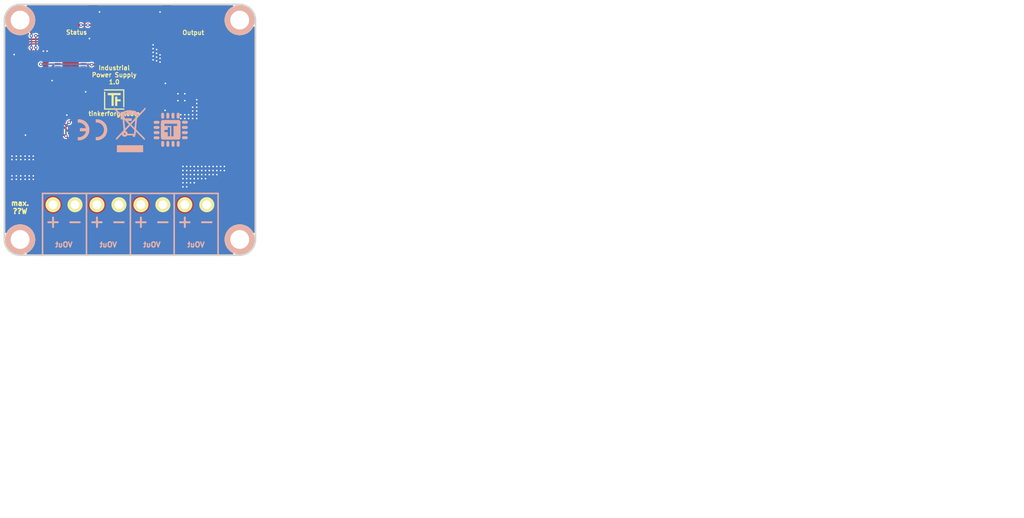
<source format=kicad_pcb>
(kicad_pcb (version 20221018) (generator pcbnew)
  (title_block (title "Power Supply Bricklet") (date "2018-11-19") (rev "1.0") (company "Tinkerforge GmbH") (comment 1 "Licensed under CERN OHL v.1.1") (comment 2 "Copyright (©) 2018, B.Nordmeyer <bastian@tinkerforge.com>"))
  (layers (0 "F.Cu" signal "Vorderseite") (31 "B.Cu" signal "Rückseite") (34 "B.Paste" user) (35 "F.Paste" user) (36 "B.SilkS" user "B.Silkscreen") (37 "F.SilkS" user "F.Silkscreen") (38 "B.Mask" user) (39 "F.Mask" user) (44 "Edge.Cuts" user))
  (net 0 "")
  (net 1 "GND")
  (net 2 "VCC")
  (net 3 "Net-(P1-Pad6)")
  (net 4 "Net-(D1-Pad2)")
  (net 5 "Net-(C1-Pad1)")
  (net 6 "Net-(P1-Pad4)")
  (net 7 "Net-(P1-Pad5)")
  (net 8 "Net-(P2-Pad1)")
  (net 9 "Net-(P3-Pad2)")
  (net 10 "S-MISO")
  (net 11 "S-MOSI")
  (net 12 "S-CLK")
  (net 13 "S-CS")
  (net 14 "Net-(D2-Pad2)")
  (net 15 "5V")
  (net 16 "PWM0")
  (net 17 "Net-(C9-Pad1)")
  (net 18 "Net-(C11-Pad1)")
  (net 19 "Net-(C12-Pad1)")
  (net 20 "Net-(C13-Pad1)")
  (net 21 "+VSW")
  (net 22 "Net-(D3-Pad1)")
  (net 23 "Vo0")
  (net 24 "Net-(Q1-PadG)")
  (net 25 "Net-(R1-Pad1)")
  (net 26 "Net-(R7-Pad1)")
  (net 27 "FB0")
  (net 28 "Net-(R13-Pad2)")
  (net 29 "Enable")
  (net 30 "Net-(U1-Pad5)")
  (net 31 "Net-(U1-Pad6)")
  (net 32 "Net-(U1-Pad17)")
  (net 33 "Net-(U1-Pad18)")
  (net 34 "Net-(U1-Pad19)")
  (net 35 "Net-(U1-Pad21)")
  (net 36 "Net-(U7-Pad5)")
  (net 37 "Net-(U1-Pad4)")
  (net 38 "Net-(U2-Pad5)")
  (net 39 "Net-(U2-Pad6)")
  (net 40 "Net-(U2-Pad7)")
  (net 41 "Net-(U1-Pad14)")
  (net 42 "Net-(U1-Pad15)")
  (net 43 "Net-(U1-Pad16)")
  (net 44 "Net-(R2-Pad1)")
  (net 45 "Net-(R5-Pad1)")
  (net 46 "Net-(U1-Pad2)")
  (footprint "kicad-libraries:C0402F" (layer "F.Cu") (at 134.7 85.45 180)
    (fp_text reference "C1")
    (fp_text value "220pF")
  )
  (footprint "kicad-libraries:C0805" (layer "F.Cu") (at 141.9 86.55)
    (fp_text reference "C2")
    (fp_text value "10uF")
  )
  (footprint "kicad-libraries:C0603F" (layer "F.Cu") (at 141.9 88.05)
    (fp_text reference "C3")
    (fp_text value "100nF")
  )
  (footprint "kicad-libraries:C0603F" (layer "F.Cu") (at 126.55 88.85 90)
    (fp_text reference "C4")
    (fp_text value "100nF")
  )
  (footprint "kicad-libraries:C0603F" (layer "F.Cu") (at 131.45 93.95)
    (fp_text reference "C5")
    (fp_text value "1uF")
  )
  (footprint "kicad-libraries:C0805E" (layer "F.Cu") (at 147.75 87.8 -90)
    (fp_text reference "C7")
    (fp_text value "10uF")
  )
  (footprint "kicad-libraries:C0603F" (layer "F.Cu") (at 149.35 87.8 -90)
    (fp_text reference "C8")
    (fp_text value "100nF")
  )
  (footprint "kicad-libraries:C0603F" (layer "F.Cu") (at 129.25 96.15 -90)
    (fp_text reference "C9")
    (fp_text value "100nF")
  )
  (footprint "kicad-libraries:C0603F" (layer "F.Cu") (at 146.4 91.85 180)
    (fp_text reference "C11")
    (fp_text value "27nF")
  )
  (footprint "kicad-libraries:C0603F" (layer "F.Cu") (at 144.3 92.6 90)
    (fp_text reference "C12")
    (fp_text value "2,2nF")
  )
  (footprint "kicad-libraries:C0603F" (layer "F.Cu") (at 142.8 92.6 90)
    (fp_text reference "C13")
    (fp_text value "120nF")
  )
  (footprint "kicad-libraries:ELKO_63" (layer "F.Cu") (at 156.3 102.5 90)
    (fp_text reference "C14")
    (fp_text value "10uF 50V")
  )
  (footprint "kicad-libraries:D0603F" (layer "F.Cu") (at 131.5 82.5 90)
    (fp_text reference "D1")
    (fp_text value "blue")
  )
  (footprint "kicad-libraries:D0603F" (layer "F.Cu") (at 150.1 82.5 90)
    (fp_text reference "D2")
    (fp_text value "green")
  )
  (footprint "kicad-libraries:SOD-128" (layer "F.Cu") (at 154.05 96.4 180)
    (fp_text reference "D3")
    (fp_text value "PMEG4050")
  )
  (footprint "kicad-libraries:SRN8040" (layer "F.Cu") (at 155 90.6 -90)
    (fp_text reference "L1")
    (fp_text value "SRN8040-100M/10uH")
  )
  (footprint "kicad-libraries:CON-SENSOR2" (layer "F.Cu") (at 140 80 180)
    (fp_text reference "P1")
    (fp_text value "CON-SENSOR")
  )
  (footprint "kicad-libraries:DEBUG_PAD" (layer "F.Cu") (at 122.5 86.6)
    (fp_text reference "P2")
    (fp_text value "Debug")
  )
  (footprint "kicad-libraries:SolderJumper" (layer "F.Cu") (at 122.475 88)
    (fp_text reference "P3")
    (fp_text value "Boot")
  )
  (footprint "kicad-libraries:TO-252-3L" (layer "F.Cu") (at 139.1 101.7 -90)
    (fp_text reference "Q1")
    (fp_text value "FQD10N20C")
  )
  (footprint "kicad-libraries:R0603F" (layer "F.Cu") (at 129.25 93.15 -90)
    (fp_text reference "R1")
    (fp_text value "1k")
  )
  (footprint "kicad-libraries:R0603F" (layer "F.Cu") (at 132.05 96.15 90)
    (fp_text reference "R3")
    (fp_text value "470k")
  )
  (footprint "kicad-libraries:R0603F" (layer "F.Cu") (at 130.65 96.15 -90)
    (fp_text reference "R4")
    (fp_text value "68k")
  )
  (footprint "kicad-libraries:R0603F" (layer "F.Cu") (at 146.35 97.65 180)
    (fp_text reference "R7")
    (fp_text value "60")
  )
  (footprint "kicad-libraries:R0603F" (layer "F.Cu") (at 143.55 94.75)
    (fp_text reference "R8")
    (fp_text value "2k")
  )
  (footprint "kicad-libraries:R0603F" (layer "F.Cu") (at 128 100.85 180)
    (fp_text reference "R9")
    (fp_text value "10k")
  )
  (footprint "kicad-libraries:R0603F" (layer "F.Cu") (at 124.9 100.85 180)
    (fp_text reference "R10")
    (fp_text value "1k")
  )
  (footprint "kicad-libraries:R0603F" (layer "F.Cu") (at 142.8 96.9 90)
    (fp_text reference "R13")
    (fp_text value "220k")
  )
  (footprint "kicad-libraries:R0603F" (layer "F.Cu") (at 144.25 96.9 -90)
    (fp_text reference "R14")
    (fp_text value "10k")
  )
  (footprint "kicad-libraries:4X0402" (layer "F.Cu") (at 134.7 87.1 90)
    (fp_text reference "RP1")
    (fp_text value "82")
  )
  (footprint "kicad-libraries:QFN24-4x4mm-0.5mm" (layer "F.Cu") (at 130.55 88.75 -90)
    (fp_text reference "U1")
    (fp_text value "XMC1100")
  )
  (footprint "kicad-libraries:SOIC8" (layer "F.Cu") (at 124.9 94.65 90)
    (fp_text reference "U2")
    (fp_text value "OPA1678")
  )
  (footprint "kicad-libraries:DRILL_NP" (layer "F.Cu") (at 122.5 82.5)
    (fp_text reference "U3" hide)
    (fp_text value "DRILL" hide)
  )
  (footprint "kicad-libraries:DRILL_NP" (layer "F.Cu") (at 122.5 117.5)
    (fp_text reference "U4" hide)
    (fp_text value "DRILL" hide)
  )
  (footprint "kicad-libraries:DRILL_NP" (layer "F.Cu") (at 157.5 117.5)
    (fp_text reference "U5" hide)
    (fp_text value "DRILL" hide)
  )
  (footprint "kicad-libraries:DRILL_NP" (layer "F.Cu") (at 157.5 82.5)
    (fp_text reference "U6" hide)
    (fp_text value "DRILL" hide)
  )
  (footprint "kicad-libraries:S-PWQFN-N16" (layer "F.Cu") (at 148.2 94.8)
    (fp_text reference "U7")
    (fp_text value "TPS55340")
  )
  (footprint "kicad-libraries:ELKO_83" (layer "F.Cu") (at 146.95 104.2 90)
    (fp_text reference "C16")
    (fp_text value "220uF 50V")
  )
  (footprint "kicad-libraries:ELKO_83" (layer "F.Cu") (at 126.4 106.05)
    (fp_text reference "C17")
    (fp_text value "220uF 50V")
  )
  (footprint "kicad-libraries:C0603F" (layer "F.Cu") (at 152.15 102.55 -90)
    (fp_text reference "C15")
    (fp_text value "680nF 50V")
  )
  (footprint "kicad-libraries:OQ_8P" (layer "F.Cu") (at 140 111.95)
    (fp_text reference "P4")
    (fp_text value "Output")
  )
  (footprint "kicad-libraries:C0805E" (layer "F.Cu") (at 145.85 87.8 -90)
    (fp_text reference "C6")
    (fp_text value "10uF")
  )
  (footprint "kicad-libraries:R0603F" (layer "F.Cu") (at 130.1 82.5 90)
    (fp_text reference "R2")
    (fp_text value "1k")
  )
  (footprint "kicad-libraries:R0603F" (layer "F.Cu") (at 148.5 82.5 90)
    (fp_text reference "R5")
    (fp_text value "1k")
  )
  (footprint "kicad-libraries:Logo_31x31" (layer "F.Cu") (at 137.5 95.175)
    (fp_text reference "G***" hide)
    (fp_text value "LOGO" hide)
  )
  (footprint "kicad-libraries:Fiducial_Mark" (layer "F.Cu") (at 157 109)
    (fp_text reference "Fiducial_Mark" hide)
    (fp_text value "VAL**" hide)
  )
  (footprint "kicad-libraries:Fiducial_Mark" (layer "F.Cu") (at 153 83)
    (fp_text reference "Fiducial_Mark" hide)
    (fp_text value "VAL**" hide)
  )
  (footprint "kicad-libraries:Fiducial_Mark" (layer "F.Cu") (at 122 100)
    (fp_text reference "Fiducial_Mark" hide)
    (fp_text value "VAL**" hide)
  )
  (footprint "kicad-libraries:WEEE_7mm" (layer "B.Cu") (at 140 100 180)
    (fp_text reference "VAL" hide)
    (fp_text value "WEEE_7mm" hide)
  )
  (footprint "kicad-libraries:CE_5mm" (layer "B.Cu") (at 134 100 180)
    (fp_text reference "VAL" hide)
    (fp_text value "CE_5mm" hide)
  )
  (footprint "kicad-libraries:Logo_CoMCU" (layer "B.Cu") (at 146.5 100 180)
    (fp_text reference "G***" hide)
    (fp_text value "LOGO" hide)
  )
  (gr_line (start 154.05 110.15) (end 154.05 120) (stroke (width 0.25)) (layer "B.SilkS"))
  (gr_line (start 147.05 110.15) (end 147.05 120) (stroke (width 0.25)) (layer "B.SilkS"))
  (gr_line (start 126.075 120) (end 126.075 110.15) (stroke (width 0.25)) (layer "B.SilkS"))
  (gr_line (start 140.075 110.15) (end 140.075 120) (stroke (width 0.25)) (layer "B.SilkS"))
  (gr_line (start 126.075 110.15) (end 154.05 110.15) (stroke (width 0.25)) (layer "B.SilkS"))
  (gr_line (start 133.075 110.15) (end 133.075 120) (stroke (width 0.25)) (layer "B.SilkS"))
  (gr_line (start 160 82.5) (end 160 117.5) (stroke (width 0.25)) (layer "Edge.Cuts"))
  (gr_arc (start 157.5 80) (mid 159.267767 80.732233) (end 160 82.5) (stroke (width 0.25)) (layer "Edge.Cuts"))
  (gr_arc (start 122.5 120) (mid 120.732233 119.267767) (end 120 117.5) (stroke (width 0.25)) (layer "Edge.Cuts"))
  (gr_arc (start 120 82.5) (mid 120.732233 80.732233) (end 122.5 80) (stroke (width 0.25)) (layer "Edge.Cuts"))
  (gr_arc (start 160 117.5) (mid 159.267767 119.267767) (end 157.5 120) (stroke (width 0.25)) (layer "Edge.Cuts"))
  (gr_line (start 120 117.5) (end 120 82.5) (stroke (width 0.25)) (layer "Edge.Cuts"))
  (gr_line (start 122.5 80) (end 157.5 80) (stroke (width 0.25)) (layer "Edge.Cuts"))
  (gr_line (start 157.5 120) (end 122.5 120) (stroke (width 0.25)) (layer "Edge.Cuts"))
  (gr_text "VOut" (at 150.525 118.325) (layer "B.SilkS") (effects (font (size 0.8 0.8) (thickness 0.2)) (justify mirror)))
  (gr_text "+" (at 148.75 114.6) (layer "B.SilkS") (effects (font (size 2 2) (thickness 0.3048)) (justify mirror)))
  (gr_text "-" (at 152.25 114.6) (layer "B.SilkS") (effects (font (size 2 2) (thickness 0.3048)) (justify mirror)))
  (gr_text "VOut" (at 129.475 118.325) (layer "B.SilkS") (effects (font (size 0.8 0.8) (thickness 0.2)) (justify mirror)))
  (gr_text "+" (at 141.75 114.6) (layer "B.SilkS") (effects (font (size 2 2) (thickness 0.3048)) (justify mirror)))
  (gr_text "-" (at 138.25 114.6) (layer "B.SilkS") (effects (font (size 2 2) (thickness 0.3048)) (justify mirror)))
  (gr_text "VOut" (at 136.55 118.325) (layer "B.SilkS") (effects (font (size 0.8 0.8) (thickness 0.2)) (justify mirror)))
  (gr_text "+" (at 127.75 114.6) (layer "B.SilkS") (effects (font (size 2 2) (thickness 0.3048)) (justify mirror)))
  (gr_text "VOut" (at 143.5 118.325) (layer "B.SilkS") (effects (font (size 0.8 0.8) (thickness 0.2)) (justify mirror)))
  (gr_text "+" (at 134.75 114.6) (layer "B.SilkS") (effects (font (size 2 2) (thickness 0.3048)) (justify mirror)))
  (gr_text "-" (at 145.25 114.6) (layer "B.SilkS") (effects (font (size 2 2) (thickness 0.3048)) (justify mirror)))
  (gr_text "-" (at 131.25 114.6) (layer "B.SilkS") (effects (font (size 2 2) (thickness 0.3048)) (justify mirror)))
  (gr_text "tinkerforge.com" (at 137.5 97.425) (layer "F.SilkS") (effects (font (size 0.7 0.7))))
  (gr_text "Industrial\nPower Supply\n1.0" (at 137.5 91.25) (layer "F.SilkS") (effects (font (size 0.7 0.7))))
  (gr_text "Status" (at 131.5 84.45) (layer "F.SilkS") (effects (font (size 0.7 0.7))))
  (gr_text "max.\n??W" (at 122.5 112.35) (layer "F.SilkS") (effects (font (size 0.8 0.8) (thickness 0.2))))
  (gr_text "Output" (at 150.1 84.5) (layer "F.SilkS") (effects (font (size 0.7 0.7))))
  (segment (start 128.525 88.5) (end 129.5 88.5) (width 0.25) (layer "F.Cu") (net 1))
  (segment (start 122.25 87.45) (end 121.975 87.725) (width 0.2) (layer "F.Cu") (net 1))
  (segment (start 129.5 88.5) (end 129.9 88.1) (width 0.25) (layer "F.Cu") (net 1))
  (segment (start 126.55 87.8) (end 126.2 87.45) (width 0.2) (layer "F.Cu") (net 1))
  (segment (start 129.9 88.1) (end 131.2 88.1) (width 0.25) (layer "F.Cu") (net 1))
  (segment (start 124.15 100.85) (end 123.35 100.85) (width 0.25) (layer "F.Cu") (net 1))
  (segment (start 132.2 93.95) (end 132.95 93.95) (width 0.25) (layer "F.Cu") (net 1))
  (segment (start 145.9 81.2) (end 144.8 81.2) (width 0.25) (layer "F.Cu") (net 1))
  (segment (start 126.55 88.1) (end 126.55 87.7) (width 0.2) (layer "F.Cu") (net 1))
  (segment (start 134.2 85.45) (end 133.55 85.45) (width 0.25) (layer "F.Cu") (net 1))
  (segment (start 121.975 88) (end 121.55 88) (width 0.2) (layer "F.Cu") (net 1))
  (segment (start 127.59748 92.15252) (end 127.6 92.15) (width 0.25) (layer "F.Cu") (net 1))
  (segment (start 121.975 88.275) (end 122.25 88.55) (width 0.2) (layer "F.Cu") (net 1))
  (segment (start 126.95 88.5) (end 128.525 88.5) (width 0.25) (layer "F.Cu") (net 1))
  (segment (start 131.2 88.1) (end 131.2 89.4) (width 0.25) (layer "F.Cu") (net 1))
  (segment (start 134.1 81.2) (end 135.15 81.2) (width 0.25) (layer "F.Cu") (net 1))
  (segment (start 126.55 88.1) (end 126.95 88.5) (width 0.25) (layer "F.Cu") (net 1))
  (segment (start 126.55 88.1) (end 126.55 87.8) (width 0.2) (layer "F.Cu") (net 1))
  (segment (start 131.2 89.4) (end 129.9 89.4) (width 0.25) (layer "F.Cu") (net 1))
  (segment (start 121.975 87.725) (end 121.975 88) (width 0.2) (layer "F.Cu") (net 1))
  (segment (start 127.59748 92.74754) (end 127.59748 92.15252) (width 0.25) (layer "F.Cu") (net 1))
  (segment (start 126.55 87.7) (end 126.8 87.45) (width 0.2) (layer "F.Cu") (net 1))
  (segment (start 121.975 88) (end 121.975 88.275) (width 0.2) (layer "F.Cu") (net 1))
  (via (at 123.3 107.9) (size 0.55) (drill 0.25) (layers "F.Cu" "B.Cu") (net 1))
  (via (at 121.9 107.35) (size 0.55) (drill 0.25) (layers "F.Cu" "B.Cu") (net 1))
  (via (at 121.9 107.9) (size 0.55) (drill 0.25) (layers "F.Cu" "B.Cu") (net 1))
  (via (at 122.6 107.9) (size 0.55) (drill 0.25) (layers "F.Cu" "B.Cu") (net 1))
  (via (at 124.6 107.9) (size 0.55) (drill 0.25) (layers "F.Cu" "B.Cu") (net 1))
  (via (at 121.2 107.9) (size 0.55) (drill 0.25) (layers "F.Cu" "B.Cu") (net 1))
  (via (at 123.3 107.35) (size 0.55) (drill 0.25) (layers "F.Cu" "B.Cu") (net 1))
  (via (at 121.2 107.35) (size 0.55) (drill 0.25) (layers "F.Cu" "B.Cu") (net 1))
  (via (at 124.6 107.35) (size 0.55) (drill 0.25) (layers "F.Cu" "B.Cu") (net 1))
  (via (at 123.95 107.35) (size 0.55) (drill 0.25) (layers "F.Cu" "B.Cu") (net 1))
  (via (at 122.6 107.35) (size 0.55) (drill 0.25) (layers "F.Cu" "B.Cu") (net 1))
  (via (at 123.95 107.9) (size 0.55) (drill 0.25) (layers "F.Cu" "B.Cu") (net 1))
  (via (at 144.8 89.2) (size 0.55) (drill 0.25) (layers "F.Cu" "B.Cu") (net 1))
  (via (at 144.8 88.6) (size 0.55) (drill 0.25) (layers "F.Cu" "B.Cu") (net 1))
  (via (at 143.7 86.45) (size 0.55) (drill 0.25) (layers "F.Cu" "B.Cu") (net 1))
  (via (at 148.45 106.5) (size 0.55) (drill 0.25) (layers "F.Cu" "B.Cu") (net 1))
  (via (at 150.25 105.85) (size 0.55) (drill 0.25) (layers "F.Cu" "B.Cu") (net 1))
  (via (at 153.25 105.85) (size 0.55) (drill 0.25) (layers "F.Cu" "B.Cu") (net 1))
  (via (at 144.25 87.8) (size 0.55) (drill 0.25) (layers "F.Cu" "B.Cu") (net 1))
  (via (at 121.9 104.75) (size 0.55) (drill 0.25) (layers "F.Cu" "B.Cu") (net 1))
  (via (at 154.45 106.5) (size 0.55) (drill 0.25) (layers "F.Cu" "B.Cu") (net 1))
  (via (at 150.85 107.8) (size 0.55) (drill 0.25) (layers "F.Cu" "B.Cu") (net 1))
  (via (at 151.45 107.15) (size 0.55) (drill 0.25) (layers "F.Cu" "B.Cu") (net 1))
  (via (at 154.45 105.85) (size 0.55) (drill 0.25) (layers "F.Cu" "B.Cu") (net 1))
  (via (at 121.2 104.75) (size 0.55) (drill 0.25) (layers "F.Cu" "B.Cu") (net 1))
  (via (at 148.45 107.8) (size 0.55) (drill 0.25) (layers "F.Cu" "B.Cu") (net 1))
  (via (at 123.3 104.75) (size 0.55) (drill 0.25) (layers "F.Cu" "B.Cu") (net 1))
  (via (at 150.25 108.45) (size 0.55) (drill 0.25) (layers "F.Cu" "B.Cu") (net 1))
  (via (at 148.45 107.15) (size 0.55) (drill 0.25) (layers "F.Cu" "B.Cu") (net 1))
  (via (at 153.25 107.15) (size 0.55) (drill 0.25) (layers "F.Cu" "B.Cu") (net 1))
  (via (at 148.45 109.1) (size 0.55) (drill 0.25) (layers "F.Cu" "B.Cu") (net 1))
  (via (at 149.05 107.15) (size 0.55) (drill 0.25) (layers "F.Cu" "B.Cu") (net 1))
  (via (at 126.8 87.45) (size 0.55) (drill 0.25) (layers "F.Cu" "B.Cu") (net 1))
  (via (at 150.65 97.6) (size 0.55) (drill 0.25) (layers "F.Cu" "B.Cu") (net 1))
  (via (at 150 96.4) (size 0.55) (drill 0.25) (layers "F.Cu" "B.Cu") (net 1))
  (via (at 155.05 105.85) (size 0.55) (drill 0.25) (layers "F.Cu" "B.Cu") (net 1))
  (via (at 150.65 96.4) (size 0.55) (drill 0.25) (layers "F.Cu" "B.Cu") (net 1))
  (via (at 149.05 109.1) (size 0.55) (drill 0.25) (layers "F.Cu" "B.Cu") (net 1))
  (via (at 148.75 98.2) (size 0.55) (drill 0.25) (layers "F.Cu" "B.Cu") (net 1))
  (via (at 151.45 105.85) (size 0.55) (drill 0.25) (layers "F.Cu" "B.Cu") (net 1))
  (via (at 151.45 107.8) (size 0.55) (drill 0.25) (layers "F.Cu" "B.Cu") (net 1))
  (via (at 133.55 85.45) (size 0.55) (drill 0.25) (layers "F.Cu" "B.Cu") (net 1))
  (via (at 151.45 106.5) (size 0.55) (drill 0.25) (layers "F.Cu" "B.Cu") (net 1))
  (via (at 135.15 81.2) (size 0.55) (drill 0.25) (layers "F.Cu" "B.Cu") (net 1))
  (via (at 127.6 92.15) (size 0.55) (drill 0.25) (layers "F.Cu" "B.Cu") (net 1))
  (via (at 150.65 95.8) (size 0.55) (drill 0.25) (layers "F.Cu" "B.Cu") (net 1))
  (via (at 147.65 94.25) (size 0.55) (drill 0.25) (layers "F.Cu" "B.Cu") (net 1))
  (via (at 148.45 105.85) (size 0.55) (drill 0.25) (layers "F.Cu" "B.Cu") (net 1))
  (via (at 149.65 108.45) (size 0.55) (drill 0.25) (layers "F.Cu" "B.Cu") (net 1))
  (via (at 150.65 95.2) (size 0.55) (drill 0.25) (layers "F.Cu" "B.Cu") (net 1))
  (via (at 149.05 106.5) (size 0.55) (drill 0.25) (layers "F.Cu" "B.Cu") (net 1))
  (via (at 149.05 107.8) (size 0.55) (drill 0.25) (layers "F.Cu" "B.Cu") (net 1))
  (via (at 150 97.6) (size 0.55) (drill 0.25) (layers "F.Cu" "B.Cu") (net 1))
  (via (at 121.2 104.2) (size 0.55) (drill 0.25) (layers "F.Cu" "B.Cu") (net 1))
  (via (at 153.25 106.5) (size 0.55) (drill 0.25) (layers "F.Cu" "B.Cu") (net 1))
  (via (at 150.65 97) (size 0.55) (drill 0.25) (layers "F.Cu" "B.Cu") (net 1))
  (via (at 126.2 87.45) (size 0.55) (drill 0.25) (layers "F.Cu" "B.Cu") (net 1))
  (via (at 144.25 87.2) (size 0.55) (drill 0.25) (layers "F.Cu" "B.Cu") (net 1))
  (via (at 124.6 104.75) (size 0.55) (drill 0.25) (layers "F.Cu" "B.Cu") (net 1))
  (via (at 149.35 98.2) (size 0.55) (drill 0.25) (layers "F.Cu" "B.Cu") (net 1))
  (via (at 122.6 104.75) (size 0.55) (drill 0.25) (layers "F.Cu" "B.Cu") (net 1))
  (via (at 124.6 104.2) (size 0.55) (drill 0.25) (layers "F.Cu" "B.Cu") (net 1))
  (via (at 149.05 105.85) (size 0.55) (drill 0.25) (layers "F.Cu" "B.Cu") (net 1))
  (via (at 150 97) (size 0.55) (drill 0.25) (layers "F.Cu" "B.Cu") (net 1))
  (via (at 149.65 106.5) (size 0.55) (drill 0.25) (layers "F.Cu" "B.Cu") (net 1))
  (via (at 152.05 106.5) (size 0.55) (drill 0.25) (layers "F.Cu" "B.Cu") (net 1))
  (via (at 122.6 104.2) (size 0.55) (drill 0.25) (layers "F.Cu" "B.Cu") (net 1))
  (via (at 147.65 95.35) (size 0.55) (drill 0.25) (layers "F.Cu" "B.Cu") (net 1))
  (via (at 132.95 93.95) (size 0.55) (drill 0.25) (layers "F.Cu" "B.Cu") (net 1))
  (via (at 143.7 87.05) (size 0.55) (drill 0.25) (layers "F.Cu" "B.Cu") (net 1))
  (via (at 150.85 106.5) (size 0.55) (drill 0.25) (layers "F.Cu" "B.Cu") (net 1))
  (via (at 144.25 89) (size 0.55) (drill 0.25) (layers "F.Cu" "B.Cu") (net 1))
  (via (at 149.05 108.45) (size 0.55) (drill 0.25) (layers "F.Cu" "B.Cu") (net 1))
  (via (at 152.05 107.15) (size 0.55) (drill 0.25) (layers "F.Cu" "B.Cu") (net 1))
  (via (at 145.65 92.6) (size 0.55) (drill 0.25) (layers "F.Cu" "B.Cu") (net 1))
  (via (at 145.6 96.9) (size 0.55) (drill 0.25) (layers "F.Cu" "B.Cu") (net 1))
  (via (at 153.85 106.5) (size 0.55) (drill 0.25) (layers "F.Cu" "B.Cu") (net 1))
  (via (at 144.8 88.05) (size 0.55) (drill 0.25) (layers "F.Cu" "B.Cu") (net 1))
  (via (at 153.85 105.85) (size 0.55) (drill 0.25) (layers "F.Cu" "B.Cu") (net 1))
  (via (at 152.05 107.8) (size 0.55) (drill 0.25) (layers "F.Cu" "B.Cu") (net 1))
  (via (at 152.65 106.5) (size 0.55) (drill 0.25) (layers "F.Cu" "B.Cu") (net 1))
  (via (at 121.55 88) (size 0.55) (drill 0.25) (layers "F.Cu" "B.Cu") (net 1))
  (via (at 143.7 88.85) (size 0.55) (drill 0.25) (layers "F.Cu" "B.Cu") (net 1))
  (via (at 121.9 104.2) (size 0.55) (drill 0.25) (layers "F.Cu" "B.Cu") (net 1))
  (via (at 144.8 81.2) (size 0.55) (drill 0.25) (layers "F.Cu" "B.Cu") (net 1))
  (via (at 148.1 97.6) (size 0.55) (drill 0.25) (layers "F.Cu" "B.Cu") (net 1))
  (via (at 150.65 98.2) (size 0.55) (drill 0.25) (layers "F.Cu" "B.Cu") (net 1))
  (via (at 123.95 104.75) (size 0.55) (drill 0.25) (layers "F.Cu" "B.Cu") (net 1))
  (via (at 152.05 105.85) (size 0.55) (drill 0.25) (layers "F.Cu" "B.Cu") (net 1))
  (via (at 150.85 107.15) (size 0.55) (drill 0.25) (layers "F.Cu" "B.Cu") (net 1))
  (via (at 150 98.2) (size 0.55) (drill 0.25) (layers "F.Cu" "B.Cu") (net 1))
  (via (at 149.65 107.15) (size 0.55) (drill 0.25) (layers "F.Cu" "B.Cu") (net 1))
  (via (at 148.1 98.2) (size 0.55) (drill 0.25) (layers "F.Cu" "B.Cu") (net 1))
  (via (at 155.05 106.5) (size 0.55) (drill 0.25) (layers "F.Cu" "B.Cu") (net 1))
  (via (at 149.65 105.85) (size 0.55) (drill 0.25) (layers "F.Cu" "B.Cu") (net 1))
  (via (at 150.25 107.8) (size 0.55) (drill 0.25) (layers "F.Cu" "B.Cu") (net 1))
  (via (at 150.85 105.85) (size 0.55) (drill 0.25) (layers "F.Cu" "B.Cu") (net 1))
  (via (at 144.25 88.4) (size 0.55) (drill 0.25) (layers "F.Cu" "B.Cu") (net 1))
  (via (at 148.75 94.25) (size 0.55) (drill 0.25) (layers "F.Cu" "B.Cu") (net 1))
  (via (at 150.25 107.15) (size 0.55) (drill 0.25) (layers "F.Cu" "B.Cu") (net 1))
  (via (at 152.65 105.85) (size 0.55) (drill 0.25) (layers "F.Cu" "B.Cu") (net 1))
  (via (at 152.65 107.15) (size 0.55) (drill 0.25) (layers "F.Cu" "B.Cu") (net 1))
  (via (at 123.3 104.2) (size 0.55) (drill 0.25) (layers "F.Cu" "B.Cu") (net 1))
  (via (at 149.65 107.8) (size 0.55) (drill 0.25) (layers "F.Cu" "B.Cu") (net 1))
  (via (at 143.7 87.65) (size 0.55) (drill 0.25) (layers "F.Cu" "B.Cu") (net 1))
  (via (at 123.35 100.85) (size 0.55) (drill 0.25) (layers "F.Cu" "B.Cu") (net 1))
  (via (at 123.95 104.2) (size 0.55) (drill 0.25) (layers "F.Cu" "B.Cu") (net 1))
  (via (at 150.25 106.5) (size 0.55) (drill 0.25) (layers "F.Cu" "B.Cu") (net 1))
  (via (at 148.75 97.6) (size 0.55) (drill 0.25) (layers "F.Cu" "B.Cu") (net 1))
  (via (at 148.75 95.35) (size 0.55) (drill 0.25) (layers "F.Cu" "B.Cu") (net 1))
  (via (at 143.7 88.25) (size 0.55) (drill 0.25) (layers "F.Cu" "B.Cu") (net 1))
  (via (at 149.35 97.6) (size 0.55) (drill 0.25) (layers "F.Cu" "B.Cu") (net 1))
  (via (at 148.45 108.45) (size 0.55) (drill 0.25) (layers "F.Cu" "B.Cu") (net 1))
  (via (at 153.85 107.15) (size 0.55) (drill 0.25) (layers "F.Cu" "B.Cu") (net 1))
  (via (at 129.95 97.65) (size 0.55) (drill 0.25) (layers "F.Cu" "B.Cu") (net 1))
  (segment (start 126.188908 89.55) (end 125.8 89.55) (width 0.3) (layer "F.Cu") (net 2))
  (segment (start 141.25 83.45) (end 141.1 83.3) (width 0.25) (layer "F.Cu") (net 2))
  (segment (start 134.2 89.6) (end 133.9 89.6) (width 0.3) (layer "F.Cu") (net 2))
  (segment (start 133.688908 83.3) (end 133.3 83.3) (width 0.25) (layer "F.Cu") (net 2))
  (segment (start 126.55 89.6) (end 126.5 89.55) (width 0.3) (layer "F.Cu") (net 2))
  (segment (start 139.5 89.6) (end 134.2 89.6) (width 0.3) (layer "F.Cu") (net 2))
  (segment (start 127.15 89) (end 128.525 89) (width 0.25) (layer "F.Cu") (net 2))
  (segment (start 131.5 83.25) (end 132.199988 83.25) (width 0.25) (layer "F.Cu") (net 2))
  (segment (start 126.5 89.55) (end 126.188908 89.55) (width 0.3) (layer "F.Cu") (net 2))
  (segment (start 147 83.3) (end 148 84.3) (width 0.25) (layer "F.Cu") (net 2))
  (segment (start 141.25 83.45) (end 141.4 83.3) (width 0.25) (layer "F.Cu") (net 2))
  (segment (start 148 84.3) (end 149.75 84.3) (width 0.25) (layer "F.Cu") (net 2))
  (segment (start 126.55 89.6) (end 127.15 89) (width 0.25) (layer "F.Cu") (net 2))
  (segment (start 141.25 84.6) (end 141.25 83.45) (width 0.25) (layer "F.Cu") (net 2))
  (segment (start 149.75 84.3) (end 150.1 83.95) (width 0.25) (layer "F.Cu") (net 2))
  (segment (start 141.05 88.05) (end 139.5 89.6) (width 0.3) (layer "F.Cu") (net 2))
  (segment (start 141.4 83.3) (end 147 83.3) (width 0.25) (layer "F.Cu") (net 2))
  (segment (start 150.1 83.95) (end 150.1 83.25) (width 0.25) (layer "F.Cu") (net 2))
  (segment (start 141.15 88.05) (end 141.05 88.05) (width 0.3) (layer "F.Cu") (net 2))
  (segment (start 141.1 83.3) (end 133.688908 83.3) (width 0.25) (layer "F.Cu") (net 2))
  (via (at 133.9 89.6) (size 0.55) (drill 0.25) (layers "F.Cu" "B.Cu") (net 2))
  (via (at 125.8 89.55) (size 0.55) (drill 0.25) (layers "F.Cu" "B.Cu") (net 2))
  (via (at 133.3 83.3) (size 0.55) (drill 0.25) (layers "F.Cu" "B.Cu") (net 2))
  (via (at 132.199988 83.3) (size 0.55) (drill 0.25) (layers "F.Cu" "B.Cu") (net 2))
  (segment (start 133.85 89.55) (end 133.9 89.6) (width 0.3) (layer "B.Cu") (net 2))
  (segment (start 133.25 83.25) (end 133.3 83.3) (width 0.25) (layer "B.Cu") (net 2))
  (segment (start 132.199988 83.3) (end 133.25 83.3) (width 0.25) (layer "B.Cu") (net 2))
  (segment (start 125.8 89.55) (end 133.85 89.55) (width 0.3) (layer "B.Cu") (net 2))
  (segment (start 137.5 85.7) (end 137.5 84.6) (width 0.2) (layer "F.Cu") (net 3))
  (segment (start 135.275 86.85108) (end 136.34892 86.85108) (width 0.2) (layer "F.Cu") (net 3))
  (segment (start 136.34892 86.85108) (end 137.5 85.7) (width 0.2) (layer "F.Cu") (net 3))
  (segment (start 130.1 81.75) (end 131.5 81.75) (width 0.25) (layer "F.Cu") (net 4))
  (segment (start 135.275 86.3507) (end 135.275 85.525) (width 0.2) (layer "F.Cu") (net 5))
  (segment (start 135.275 85.525) (end 135.2 85.45) (width 0.2) (layer "F.Cu") (net 5))
  (segment (start 135.7993 86.3507) (end 136.25 85.9) (width 0.2) (layer "F.Cu") (net 5))
  (segment (start 135.275 86.3507) (end 135.7993 86.3507) (width 0.2) (layer "F.Cu") (net 5))
  (segment (start 136.25 85.9) (end 136.25 84.6) (width 0.2) (layer "F.Cu") (net 5))
  (segment (start 140 84.6) (end 140 85.7) (width 0.2) (layer "F.Cu") (net 6))
  (segment (start 137.8507 87.8493) (end 135.8 87.8493) (width 0.2) (layer "F.Cu") (net 6))
  (segment (start 140 85.7) (end 137.8507 87.8493) (width 0.2) (layer "F.Cu") (net 6))
  (segment (start 135.8 87.8493) (end 135.275 87.8493) (width 0.2) (layer "F.Cu") (net 6))
  (segment (start 138.75 85.7) (end 137.10108 87.34892) (width 0.2) (layer "F.Cu") (net 7))
  (segment (start 138.75 84.6) (end 138.75 85.7) (width 0.2) (layer "F.Cu") (net 7))
  (segment (start 137.10108 87.34892) (end 135.8 87.34892) (width 0.2) (layer "F.Cu") (net 7))
  (segment (start 135.8 87.34892) (end 135.275 87.34892) (width 0.2) (layer "F.Cu") (net 7))
  (segment (start 128.525 87.15) (end 128.525 87.5) (width 0.2) (layer "F.Cu") (net 8))
  (segment (start 123.15 85.95) (end 127.325 85.95) (width 0.2) (layer "F.Cu") (net 8))
  (segment (start 122.5 86.6) (end 123.15 85.95) (width 0.2) (layer "F.Cu") (net 8))
  (segment (start 127.325 85.95) (end 128.525 87.15) (width 0.2) (layer "F.Cu") (net 8))
  (segment (start 122.975001 87.474999) (end 124.15 86.3) (width 0.2) (layer "F.Cu") (net 9))
  (segment (start 127.8 88) (end 128.525 88) (width 0.2) (layer "F.Cu") (net 9))
  (segment (start 122.625 87.850001) (end 122.925001 87.850001) (width 0.2) (layer "F.Cu") (net 9))
  (segment (start 122.975001 87.800001) (end 122.975001 87.474999) (width 0.2) (layer "F.Cu") (net 9))
  (segment (start 127.15 86.3) (end 127.55 86.7) (width 0.2) (layer "F.Cu") (net 9))
  (segment (start 127.55 86.7) (end 127.55 87.75) (width 0.2) (layer "F.Cu") (net 9))
  (segment (start 122.925001 87.850001) (end 122.975001 87.800001) (width 0.2) (layer "F.Cu") (net 9))
  (segment (start 124.15 86.3) (end 127.15 86.3) (width 0.2) (layer "F.Cu") (net 9))
  (segment (start 127.55 87.75) (end 127.8 88) (width 0.2) (layer "F.Cu") (net 9))
  (segment (start 122.625 88) (end 122.625 87.850001) (width 0.2) (layer "F.Cu") (net 9))
  (segment (start 133.5493 86.3507) (end 133.175 86.725) (width 0.2) (layer "F.Cu") (net 10))
  (segment (start 134.125 86.3507) (end 133.5493 86.3507) (width 0.2) (layer "F.Cu") (net 10))
  (segment (start 133.175 86.725) (end 131.8 86.725) (width 0.2) (layer "F.Cu") (net 10))
  (segment (start 133.8 86.85108) (end 134.125 86.85108) (width 0.2) (layer "F.Cu") (net 11))
  (segment (start 133.1 87.5) (end 133.74892 86.85108) (width 0.2) (layer "F.Cu") (net 11))
  (segment (start 133.74892 86.85108) (end 133.8 86.85108) (width 0.2) (layer "F.Cu") (net 11))
  (segment (start 132.575 87.5) (end 133.1 87.5) (width 0.2) (layer "F.Cu") (net 11))
  (segment (start 132.575 88) (end 133.09499 88) (width 0.2) (layer "F.Cu") (net 12))
  (segment (start 133.09499 88) (end 133.74607 87.34892) (width 0.2) (layer "F.Cu") (net 12))
  (segment (start 133.74607 87.34892) (end 134.125 87.34892) (width 0.2) (layer "F.Cu") (net 12))
  (segment (start 133.1 88.5) (end 133.7507 87.8493) (width 0.2) (layer "F.Cu") (net 13))
  (segment (start 132.575 88.5) (end 133.1 88.5) (width 0.2) (layer "F.Cu") (net 13))
  (segment (start 133.7507 87.8493) (end 134.125 87.8493) (width 0.2) (layer "F.Cu") (net 13))
  (segment (start 148.5 81.75) (end 150.1 81.75) (width 0.25) (layer "F.Cu") (net 14))
  (segment (start 148.45 91.5) (end 152.15 87.8) (width 0.2) (layer "F.Cu") (net 15))
  (segment (start 148.45 93.25) (end 148.45 91.5) (width 0.2) (layer "F.Cu") (net 15))
  (segment (start 152.15 87.8) (end 155 87.8) (width 0.2) (layer "F.Cu") (net 15))
  (segment (start 129.13246 94.01754) (end 129.25 93.9) (width 0.25) (layer "F.Cu") (net 16))
  (segment (start 129.25 93.9) (end 130.65 93.9) (width 0.25) (layer "F.Cu") (net 16))
  (segment (start 130.65 93.9) (end 130.7 93.95) (width 0.25) (layer "F.Cu") (net 16))
  (segment (start 127.59748 94.01754) (end 129.13246 94.01754) (width 0.25) (layer "F.Cu") (net 16))
  (segment (start 130.65 95.4) (end 132.05 95.4) (width 0.25) (layer "F.Cu") (net 17))
  (segment (start 127.59748 95.28246) (end 129.13246 95.28246) (width 0.25) (layer "F.Cu") (net 17))
  (segment (start 129.25 95.4) (end 130.65 95.4) (width 0.25) (layer "F.Cu") (net 17))
  (segment (start 129.13246 95.28246) (end 129.25 95.4) (width 0.25) (layer "F.Cu") (net 17))
  (segment (start 147.15 91.85) (end 147.45 92.15) (width 0.2) (layer "F.Cu") (net 18))
  (segment (start 147.45 92.15) (end 147.45 93.25) (width 0.2) (layer "F.Cu") (net 18))
  (segment (start 146.65 95.05) (end 145.85 95.05) (width 0.2) (layer "F.Cu") (net 19))
  (segment (start 145.4 94.75) (end 144.3 94.75) (width 0.2) (layer "F.Cu") (net 19))
  (segment (start 145.55 94.75) (end 145.4 94.75) (width 0.2) (layer "F.Cu") (net 19))
  (segment (start 145.85 95.05) (end 145.55 94.75) (width 0.2) (layer "F.Cu") (net 19))
  (segment (start 144.3 93.35) (end 144.3 94.75) (width 0.25) (layer "F.Cu") (net 19))
  (segment (start 142.8 93.35) (end 142.8 94.75) (width 0.25) (layer "F.Cu") (net 20))
  (segment (start 127.8 97.9) (end 130.45 100.55) (width 0.25) (layer "F.Cu") (net 21))
  (segment (start 123.60246 96.55246) (end 124.95 97.9) (width 0.25) (layer "F.Cu") (net 21))
  (segment (start 124.95 97.9) (end 127.8 97.9) (width 0.25) (layer "F.Cu") (net 21))
  (segment (start 135.6 101.7) (end 139.1 101.7) (width 0.25) (layer "F.Cu") (net 21))
  (segment (start 130.45 100.55) (end 134.45 100.55) (width 0.25) (layer "F.Cu") (net 21))
  (segment (start 142.8 97.65) (end 142.8 99.25) (width 0.25) (layer "F.Cu") (net 21))
  (segment (start 122.20252 96.55246) (end 123.60246 96.55246) (width 0.25) (layer "F.Cu") (net 21))
  (segment (start 134.45 100.55) (end 135.6 101.7) (width 0.25) (layer "F.Cu") (net 21))
  (segment (start 132.8 104) (end 129.8 101) (width 0.25) (layer "F.Cu") (net 23))
  (segment (start 129.8 101) (end 129.65 100.85) (width 0.25) (layer "F.Cu") (net 23))
  (segment (start 129.65 100.85) (end 129.45 100.85) (width 0.25) (layer "F.Cu") (net 23))
  (segment (start 132.05 96.9) (end 132.05 97.05) (width 0.25) (layer "F.Cu") (net 23))
  (segment (start 132.85 104) (end 132.8 104) (width 0.25) (layer "F.Cu") (net 23))
  (segment (start 132.05 97.05) (end 130.3 98.8) (width 0.25) (layer "F.Cu") (net 23))
  (segment (start 129.45 100.85) (end 128.75 100.85) (width 0.25) (layer "F.Cu") (net 23))
  (via (at 129.8 101) (size 0.55) (drill 0.25) (layers "F.Cu" "B.Cu") (net 23))
  (via (at 130.3 98.8) (size 0.55) (drill 0.25) (layers "F.Cu" "B.Cu") (net 23))
  (segment (start 130.3 98.8) (end 129.8 99.3) (width 0.25) (layer "B.Cu") (net 23))
  (segment (start 129.8 99.3) (end 129.8 101) (width 0.25) (layer "B.Cu") (net 23))
  (segment (start 131.1 99.4) (end 132.85 99.4) (width 0.25) (layer "F.Cu") (net 24))
  (segment (start 129.8953 99.4) (end 131.1 99.4) (width 0.25) (layer "F.Cu") (net 24))
  (segment (start 127.59748 97.10218) (end 129.8953 99.4) (width 0.25) (layer "F.Cu") (net 24))
  (segment (start 127.59748 96.55246) (end 127.59748 97.10218) (width 0.25) (layer "F.Cu") (net 24))
  (segment (start 129.3 92.35) (end 129.3 90.775) (width 0.2) (layer "F.Cu") (net 25))
  (segment (start 129.25 92.4) (end 129.3 92.35) (width 0.2) (layer "F.Cu") (net 25))
  (segment (start 147.1 97.65) (end 147.45 97.3) (width 0.2) (layer "F.Cu") (net 26))
  (segment (start 147.45 97.3) (end 147.45 96.35) (width 0.2) (layer "F.Cu") (net 26))
  (segment (start 123.7 99.65) (end 120.85 96.8) (width 0.25) (layer "F.Cu") (net 27))
  (segment (start 120.85 87.15) (end 122.45 85.55) (width 0.25) (layer "F.Cu") (net 27))
  (segment (start 122.45 85.55) (end 130.375 85.55) (width 0.25) (layer "F.Cu") (net 27))
  (segment (start 125.65 100.85) (end 127.25 100.85) (width 0.25) (layer "F.Cu") (net 27))
  (segment (start 130.8 85.975) (end 130.8 86.725) (width 0.25) (layer "F.Cu") (net 27))
  (segment (start 125.65 100.15) (end 125.15 99.65) (width 0.25) (layer "F.Cu") (net 27))
  (segment (start 125.15 99.65) (end 123.7 99.65) (width 0.25) (layer "F.Cu") (net 27))
  (segment (start 120.85 96.8) (end 120.85 87.15) (width 0.25) (layer "F.Cu") (net 27))
  (segment (start 130.375 85.55) (end 130.8 85.975) (width 0.25) (layer "F.Cu") (net 27))
  (segment (start 125.65 100.85) (end 125.65 100.15) (width 0.25) (layer "F.Cu") (net 27))
  (segment (start 145.75 95.55) (end 145.15 96.15) (width 0.2) (layer "F.Cu") (net 28))
  (segment (start 146.65 95.55) (end 145.75 95.55) (width 0.2) (layer "F.Cu") (net 28))
  (segment (start 145.15 96.15) (end 144.25 96.15) (width 0.2) (layer "F.Cu") (net 28))
  (segment (start 142.8 96.15) (end 144.25 96.15) (width 0.25) (layer "F.Cu") (net 28))
  (segment (start 147.95 92.55) (end 147.95 93.25) (width 0.2) (layer "F.Cu") (net 29))
  (segment (start 132.575 89.5) (end 133.022998 89.5) (width 0.2) (layer "F.Cu") (net 29))
  (segment (start 133.872998 90.35) (end 147.15 90.35) (width 0.2) (layer "F.Cu") (net 29))
  (segment (start 147.15 90.35) (end 147.95 91.15) (width 0.2) (layer "F.Cu") (net 29))
  (segment (start 147.95 91.15) (end 147.95 92.55) (width 0.2) (layer "F.Cu") (net 29))
  (segment (start 133.022998 89.5) (end 133.872998 90.35) (width 0.2) (layer "F.Cu") (net 29))
  (segment (start 124.3 85) (end 124.3 84.611092) (width 0.25) (layer "F.Cu") (net 44))
  (segment (start 124.3 84.611092) (end 125.661092 83.25) (width 0.25) (layer "F.Cu") (net 44))
  (segment (start 124.3 90) (end 124.3 86.9) (width 0.25) (layer "F.Cu") (net 44))
  (segment (start 125.15 90.85) (end 124.3 90) (width 0.25) (layer "F.Cu") (net 44))
  (segment (start 128.175 90) (end 127.325 90.85) (width 0.25) (layer "F.Cu") (net 44))
  (segment (start 128.525 90) (end 128.175 90) (width 0.25) (layer "F.Cu") (net 44))
  (segment (start 127.325 90.85) (end 125.15 90.85) (width 0.25) (layer "F.Cu") (net 44))
  (segment (start 125.661092 83.25) (end 130.1 83.25) (width 0.25) (layer "F.Cu") (net 44))
  (via (at 124.3 86.9) (size 0.55) (drill 0.25) (layers "F.Cu" "B.Cu") (net 44))
  (via (at 124.3 85) (size 0.55) (drill 0.25) (layers "F.Cu" "B.Cu") (net 44))
  (segment (start 124.3 86.9) (end 124.3 85) (width 0.25) (layer "B.Cu") (net 44))
  (segment (start 125 85) (end 132 85) (width 0.25) (layer "F.Cu") (net 45))
  (segment (start 132.749998 83.035998) (end 133.035996 82.75) (width 0.25) (layer "F.Cu") (net 45))
  (segment (start 147.8 83.25) (end 148.5 83.25) (width 0.25) (layer "F.Cu") (net 45))
  (segment (start 132.749998 84.250002) (end 132.749998 83.035998) (width 0.25) (layer "F.Cu") (net 45))
  (segment (start 128.073946 89.5) (end 127.123946 90.45) (width 0.25) (layer "F.Cu") (net 45))
  (segment (start 128.525 89.5) (end 128.073946 89.5) (width 0.25) (layer "F.Cu") (net 45))
  (segment (start 133.035996 82.75) (end 147.3 82.75) (width 0.25) (layer "F.Cu") (net 45))
  (segment (start 125 89.95) (end 125 86.9) (width 0.25) (layer "F.Cu") (net 45))
  (segment (start 125.5 90.45) (end 125 89.95) (width 0.25) (layer "F.Cu") (net 45))
  (segment (start 147.3 82.75) (end 147.8 83.25) (width 0.25) (layer "F.Cu") (net 45))
  (segment (start 127.123946 90.45) (end 125.5 90.45) (width 0.25) (layer "F.Cu") (net 45))
  (segment (start 132 85) (end 132.749998 84.250002) (width 0.25) (layer "F.Cu") (net 45))
  (via (at 125 85) (size 0.55) (drill 0.25) (layers "F.Cu" "B.Cu") (net 45))
  (via (at 125 86.9) (size 0.55) (drill 0.25) (layers "F.Cu" "B.Cu") (net 45))
  (segment (start 125 86.9) (end 125 85) (width 0.25) (layer "B.Cu") (net 45))
  (zone (net 21) (net_name "+VSW") (layer "F.Cu") (connect_pads yes (clearance 0.19)) (min_thickness 0.254) (fill yes (thermal_gap 0.508) (thermal_bridge_width 0.508))
    (polygon (pts (xy 135.85 104.7) (xy 135.85 105.65) (xy 134.25 105.65) (xy 130.75 109.95) (xy 142.35 109.95) (xy 142.35 104.7)))
  )
  (zone (net 21) (net_name "+VSW") (layer "F.Cu") (connect_pads yes (clearance 0.19)) (min_thickness 0.254) (fill yes (thermal_gap 0.508) (thermal_bridge_width 0.508))
    (polygon (pts (xy 135.85 98.7) (xy 135.85 98.15) (xy 133.45 98.15) (xy 133.45 90.7) (xy 142 90.7) (xy 142 98.75)))
  )
  (zone (net 1) (net_name "GND") (layer "F.Cu") (connect_pads yes (clearance 0.19)) (min_thickness 0.254) (fill yes (thermal_gap 0.508) (thermal_bridge_width 0.508))
    (polygon (pts (xy 120.9 105.05) (xy 120.9 103.95) (xy 124.9 103.95) (xy 124.9 108.15) (xy 120.9 108.15)))
  )
  (zone (net 1) (net_name "GND") (layer "F.Cu") (connect_pads yes (clearance 0.19)) (min_thickness 0.254) (fill yes (thermal_gap 0.508) (thermal_bridge_width 0.508))
    (polygon (pts (xy 142.35 91.4) (xy 143.25 91.4) (xy 144.75 91.4) (xy 146.1 91.4) (xy 146.1 92.3) (xy 145.85 92.9) (xy 145.45 92.9) (xy 145.2 92.3) (xy 144.75 92.3) (xy 142.35 92.3)))
  )
  (zone (net 1) (net_name "GND") (layer "F.Cu") (connect_pads yes (clearance 0.19)) (min_thickness 0.254) (fill yes (thermal_gap 0.508) (thermal_bridge_width 0.508))
    (polygon (pts (xy 143.8 97.2) (xy 145.15 97.2) (xy 145.35 96.6) (xy 145.85 96.6) (xy 146.05 97.2) (xy 146.05 98.1) (xy 143.8 98.1)))
  )
  (zone (net 1) (net_name "GND") (layer "F.Cu") (connect_pads yes (clearance 0.19)) (min_thickness 0.254) (fill yes (thermal_gap 0.508) (thermal_bridge_width 0.508))
    (polygon (pts (xy 128.8 96.45) (xy 131.1 96.45) (xy 131.1 97.35) (xy 130.2 97.95) (xy 129.7 97.95) (xy 128.8 97.35)))
  )
  (zone (net 2) (net_name "VCC") (layer "F.Cu") (connect_pads yes (clearance 0.19)) (min_thickness 0.254) (fill yes (thermal_gap 0.508) (thermal_bridge_width 0.508))
    (polygon (pts (xy 140.95 83.7) (xy 141.55 83.7) (xy 141.55 85.5) (xy 141.4 85.95) (xy 141.4 87.2) (xy 141.6 87.6) (xy 141.6 88.5) (xy 140.7 88.5) (xy 140.4 87.2) (xy 140.4 85.9) (xy 140.95 85.5)))
  )
  (zone (net 1) (net_name "GND") (layer "F.Cu") (connect_pads yes (clearance 0.19)) (min_thickness 0.254) (fill yes (thermal_gap 0.508) (thermal_bridge_width 0.508))
    (polygon (pts (xy 142.2 83.7) (xy 142.2 85.5) (xy 142.2 87.15) (xy 142.2 87.6) (xy 142.2 88.5) (xy 145.1 89.4) (xy 146.6 89.4) (xy 148.5 89.4) (xy 148.9 89) (xy 149.8 89) (xy 149.8 88.1) (xy 148.5 88.1) (xy 147 88.1) (xy 145.2 88.1) (xy 143.4 85.9) (xy 142.8 85.4) (xy 142.8 83.7)))
  )
  (zone (net 23) (net_name "Vo0") (layer "F.Cu") (connect_pads yes (clearance 0.19)) (min_thickness 0.254) (fill yes (thermal_gap 0.508) (thermal_bridge_width 0.508))
    (polygon (pts (xy 134.35 103.3) (xy 131.35 103.3) (xy 127.9 105.05) (xy 127.9 107.05) (xy 126.25 110.65) (xy 126.25 113.75) (xy 129.2 113.75) (xy 129.2 110.65) (xy 131.9 107.05) (xy 134.35 104.7)))
  )
  (zone (net 1) (net_name "GND") (layer "F.Cu") (connect_pads yes (clearance 0.19)) (min_thickness 0.254) (fill yes (thermal_gap 0.508) (thermal_bridge_width 0.508))
    (polygon (pts (xy 157.1 103.45) (xy 155.5 103.45) (xy 152.6 102.85) (xy 151.7 102.85) (xy 147.95 105.7) (xy 145.95 105.7) (xy 145.95 109.7) (xy 147.95 109.7) (xy 155.5 106.95) (xy 157.1 106.95)))
  )
  (zone (net 1) (net_name "GND") (layer "F.Cu") (connect_pads yes (clearance 0.19)) (min_thickness 0.254) (fill yes (thermal_gap 0.508) (thermal_bridge_width 0.508))
    (polygon (pts (xy 149.05 94.9) (xy 150.25 94.9) (xy 150.95 94.9) (xy 150.95 98.5) (xy 147.8 98.5) (xy 147.8 96.85)))
  )
  (zone (net 21) (net_name "+VSW") (layer "F.Cu") (connect_pads yes (clearance 0.19)) (min_thickness 0.254) (fill yes (thermal_gap 0.508) (thermal_bridge_width 0.508))
    (polygon (pts (xy 155.55 95.3) (xy 156.95 95.3) (xy 156.95 97.5) (xy 157.1 98.05) (xy 157.1 101.55) (xy 155.5 101.55) (xy 152.6 102.25) (xy 151.7 102.25) (xy 147.95 102.7) (xy 145.95 102.7) (xy 142.35 104.7) (xy 135.85 104.7) (xy 135.85 98.7) (xy 142.35 98.7) (xy 145.95 98.7) (xy 147.95 98.7) (xy 154.15 98.7) (xy 155.5 98.05) (xy 155.55 97.5)))
  )
  (zone (net 23) (net_name "Vo0") (layer "F.Cu") (connect_pads yes (clearance 0.19)) (min_thickness 0.254) (fill yes (thermal_gap 0.508) (thermal_bridge_width 0.508))
    (polygon (pts (xy 129.2 113.45) (xy 129.2 113.75) (xy 133.15 113.75) (xy 133.15 110.4) (xy 136.4 110.4) (xy 136.4 113.75) (xy 140.1 113.75) (xy 140.1 110.4) (xy 143.45 110.4) (xy 143.45 113.75) (xy 147.1 113.75) (xy 147.1 110.4) (xy 150.45 110.4) (xy 150.45 113.95) (xy 150.45 118.95) (xy 126.25 118.95) (xy 126.25 110.65) (xy 129.2 110.65)))
  )
  (zone (net 1) (net_name "GND") (layer "F.Cu") (connect_pads yes (clearance 0.149)) (min_thickness 0.254) (fill yes (thermal_gap 0.508) (thermal_bridge_width 0.508))
    (polygon (pts (xy 146.15 94.7) (xy 147.15 94.7) (xy 147.35 94.7) (xy 147.35 95.65) (xy 147.8 95.65) (xy 147.8 96.85) (xy 149.05 96.85) (xy 149.05 93.95) (xy 147.35 93.95) (xy 147.35 94.4) (xy 146.15 94.4)))
  )
  (zone (net 22) (net_name "Net-(D3-Pad1)") (layer "F.Cu") (connect_pads yes (clearance 0.19)) (min_thickness 0.254) (fill yes (thermal_gap 0.508) (thermal_bridge_width 0.508))
    (polygon (pts (xy 159.1 94.7) (xy 158.95 94.7) (xy 157.3 94.7) (xy 152.55 94.7) (xy 152.55 97.5) (xy 151.15 97.5) (xy 151.15 94.7) (xy 149.25 94.7) (xy 149.25 93.9) (xy 149.25 93.75) (xy 149.1 93.75) (xy 148.8 93.75) (xy 148.8 92.75) (xy 150.9 92.1) (xy 159.1 92.1)))
  )
  (zone (net 15) (net_name "5V") (layer "F.Cu") (connect_pads yes (clearance 0.25)) (min_thickness 0.254) (fill yes (thermal_gap 0.508) (thermal_bridge_width 0.508))
    (polygon (pts (xy 143.45 83.7) (xy 144.05 83.7) (xy 145.1 85.4) (xy 148.35 85.4) (xy 149.15 85.7) (xy 150.05 86.1) (xy 150.9 86.5) (xy 159.1 86.5) (xy 159.1 89.1) (xy 150.9 89.1) (xy 149.8 87.5) (xy 148.6 87.5) (xy 146.85 87.5) (xy 145.1 87.5) (xy 143.7 85.8) (xy 143.45 85.5)))
  )
  (zone (net 1) (net_name "GND") (layer "B.Cu") (connect_pads yes (clearance 0.19)) (min_thickness 0.254) (fill yes (thermal_gap 0.508) (thermal_bridge_width 0.508))
    (polygon (pts (xy 120 80) (xy 160 80) (xy 160 120) (xy 120 120)))
  )
)
</source>
